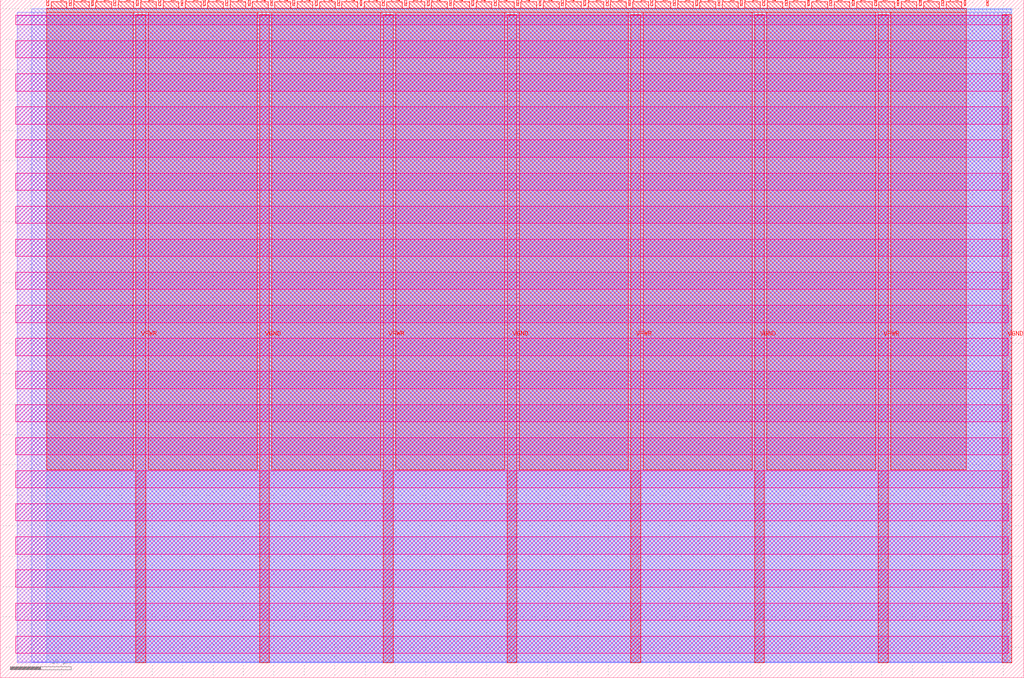
<source format=lef>
VERSION 5.7 ;
  NOWIREEXTENSIONATPIN ON ;
  DIVIDERCHAR "/" ;
  BUSBITCHARS "[]" ;
MACRO tt_um_robojan_pong_top
  CLASS BLOCK ;
  FOREIGN tt_um_robojan_pong_top ;
  ORIGIN 0.000 0.000 ;
  SIZE 168.360 BY 111.520 ;
  PIN VGND
    DIRECTION INOUT ;
    USE GROUND ;
    PORT
      LAYER met4 ;
        RECT 42.670 2.480 44.270 109.040 ;
    END
    PORT
      LAYER met4 ;
        RECT 83.380 2.480 84.980 109.040 ;
    END
    PORT
      LAYER met4 ;
        RECT 124.090 2.480 125.690 109.040 ;
    END
    PORT
      LAYER met4 ;
        RECT 164.800 2.480 166.400 109.040 ;
    END
  END VGND
  PIN VPWR
    DIRECTION INOUT ;
    USE POWER ;
    PORT
      LAYER met4 ;
        RECT 22.315 2.480 23.915 109.040 ;
    END
    PORT
      LAYER met4 ;
        RECT 63.025 2.480 64.625 109.040 ;
    END
    PORT
      LAYER met4 ;
        RECT 103.735 2.480 105.335 109.040 ;
    END
    PORT
      LAYER met4 ;
        RECT 144.445 2.480 146.045 109.040 ;
    END
  END VPWR
  PIN clk
    DIRECTION INPUT ;
    USE SIGNAL ;
    ANTENNAGATEAREA 0.852000 ;
    PORT
      LAYER met4 ;
        RECT 158.550 110.520 158.850 111.520 ;
    END
  END clk
  PIN ena
    DIRECTION INPUT ;
    USE SIGNAL ;
    PORT
      LAYER met4 ;
        RECT 162.230 110.520 162.530 111.520 ;
    END
  END ena
  PIN rst_n
    DIRECTION INPUT ;
    USE SIGNAL ;
    ANTENNAGATEAREA 0.213000 ;
    PORT
      LAYER met4 ;
        RECT 154.870 110.520 155.170 111.520 ;
    END
  END rst_n
  PIN ui_in[0]
    DIRECTION INPUT ;
    USE SIGNAL ;
    PORT
      LAYER met4 ;
        RECT 151.190 110.520 151.490 111.520 ;
    END
  END ui_in[0]
  PIN ui_in[1]
    DIRECTION INPUT ;
    USE SIGNAL ;
    PORT
      LAYER met4 ;
        RECT 147.510 110.520 147.810 111.520 ;
    END
  END ui_in[1]
  PIN ui_in[2]
    DIRECTION INPUT ;
    USE SIGNAL ;
    ANTENNAGATEAREA 0.196500 ;
    PORT
      LAYER met4 ;
        RECT 143.830 110.520 144.130 111.520 ;
    END
  END ui_in[2]
  PIN ui_in[3]
    DIRECTION INPUT ;
    USE SIGNAL ;
    ANTENNAGATEAREA 0.196500 ;
    PORT
      LAYER met4 ;
        RECT 140.150 110.520 140.450 111.520 ;
    END
  END ui_in[3]
  PIN ui_in[4]
    DIRECTION INPUT ;
    USE SIGNAL ;
    ANTENNAGATEAREA 0.196500 ;
    PORT
      LAYER met4 ;
        RECT 136.470 110.520 136.770 111.520 ;
    END
  END ui_in[4]
  PIN ui_in[5]
    DIRECTION INPUT ;
    USE SIGNAL ;
    ANTENNAGATEAREA 0.196500 ;
    PORT
      LAYER met4 ;
        RECT 132.790 110.520 133.090 111.520 ;
    END
  END ui_in[5]
  PIN ui_in[6]
    DIRECTION INPUT ;
    USE SIGNAL ;
    ANTENNAGATEAREA 0.196500 ;
    PORT
      LAYER met4 ;
        RECT 129.110 110.520 129.410 111.520 ;
    END
  END ui_in[6]
  PIN ui_in[7]
    DIRECTION INPUT ;
    USE SIGNAL ;
    ANTENNAGATEAREA 0.196500 ;
    PORT
      LAYER met4 ;
        RECT 125.430 110.520 125.730 111.520 ;
    END
  END ui_in[7]
  PIN uio_in[0]
    DIRECTION INPUT ;
    USE SIGNAL ;
    PORT
      LAYER met4 ;
        RECT 121.750 110.520 122.050 111.520 ;
    END
  END uio_in[0]
  PIN uio_in[1]
    DIRECTION INPUT ;
    USE SIGNAL ;
    PORT
      LAYER met4 ;
        RECT 118.070 110.520 118.370 111.520 ;
    END
  END uio_in[1]
  PIN uio_in[2]
    DIRECTION INPUT ;
    USE SIGNAL ;
    PORT
      LAYER met4 ;
        RECT 114.390 110.520 114.690 111.520 ;
    END
  END uio_in[2]
  PIN uio_in[3]
    DIRECTION INPUT ;
    USE SIGNAL ;
    PORT
      LAYER met4 ;
        RECT 110.710 110.520 111.010 111.520 ;
    END
  END uio_in[3]
  PIN uio_in[4]
    DIRECTION INPUT ;
    USE SIGNAL ;
    PORT
      LAYER met4 ;
        RECT 107.030 110.520 107.330 111.520 ;
    END
  END uio_in[4]
  PIN uio_in[5]
    DIRECTION INPUT ;
    USE SIGNAL ;
    PORT
      LAYER met4 ;
        RECT 103.350 110.520 103.650 111.520 ;
    END
  END uio_in[5]
  PIN uio_in[6]
    DIRECTION INPUT ;
    USE SIGNAL ;
    PORT
      LAYER met4 ;
        RECT 99.670 110.520 99.970 111.520 ;
    END
  END uio_in[6]
  PIN uio_in[7]
    DIRECTION INPUT ;
    USE SIGNAL ;
    PORT
      LAYER met4 ;
        RECT 95.990 110.520 96.290 111.520 ;
    END
  END uio_in[7]
  PIN uio_oe[0]
    DIRECTION OUTPUT TRISTATE ;
    USE SIGNAL ;
    PORT
      LAYER met4 ;
        RECT 33.430 110.520 33.730 111.520 ;
    END
  END uio_oe[0]
  PIN uio_oe[1]
    DIRECTION OUTPUT TRISTATE ;
    USE SIGNAL ;
    PORT
      LAYER met4 ;
        RECT 29.750 110.520 30.050 111.520 ;
    END
  END uio_oe[1]
  PIN uio_oe[2]
    DIRECTION OUTPUT TRISTATE ;
    USE SIGNAL ;
    PORT
      LAYER met4 ;
        RECT 26.070 110.520 26.370 111.520 ;
    END
  END uio_oe[2]
  PIN uio_oe[3]
    DIRECTION OUTPUT TRISTATE ;
    USE SIGNAL ;
    PORT
      LAYER met4 ;
        RECT 22.390 110.520 22.690 111.520 ;
    END
  END uio_oe[3]
  PIN uio_oe[4]
    DIRECTION OUTPUT TRISTATE ;
    USE SIGNAL ;
    PORT
      LAYER met4 ;
        RECT 18.710 110.520 19.010 111.520 ;
    END
  END uio_oe[4]
  PIN uio_oe[5]
    DIRECTION OUTPUT TRISTATE ;
    USE SIGNAL ;
    PORT
      LAYER met4 ;
        RECT 15.030 110.520 15.330 111.520 ;
    END
  END uio_oe[5]
  PIN uio_oe[6]
    DIRECTION OUTPUT TRISTATE ;
    USE SIGNAL ;
    PORT
      LAYER met4 ;
        RECT 11.350 110.520 11.650 111.520 ;
    END
  END uio_oe[6]
  PIN uio_oe[7]
    DIRECTION OUTPUT TRISTATE ;
    USE SIGNAL ;
    PORT
      LAYER met4 ;
        RECT 7.670 110.520 7.970 111.520 ;
    END
  END uio_oe[7]
  PIN uio_out[0]
    DIRECTION OUTPUT TRISTATE ;
    USE SIGNAL ;
    PORT
      LAYER met4 ;
        RECT 62.870 110.520 63.170 111.520 ;
    END
  END uio_out[0]
  PIN uio_out[1]
    DIRECTION OUTPUT TRISTATE ;
    USE SIGNAL ;
    ANTENNADIFFAREA 0.445500 ;
    PORT
      LAYER met4 ;
        RECT 59.190 110.520 59.490 111.520 ;
    END
  END uio_out[1]
  PIN uio_out[2]
    DIRECTION OUTPUT TRISTATE ;
    USE SIGNAL ;
    ANTENNADIFFAREA 0.445500 ;
    PORT
      LAYER met4 ;
        RECT 55.510 110.520 55.810 111.520 ;
    END
  END uio_out[2]
  PIN uio_out[3]
    DIRECTION OUTPUT TRISTATE ;
    USE SIGNAL ;
    ANTENNADIFFAREA 0.795200 ;
    PORT
      LAYER met4 ;
        RECT 51.830 110.520 52.130 111.520 ;
    END
  END uio_out[3]
  PIN uio_out[4]
    DIRECTION OUTPUT TRISTATE ;
    USE SIGNAL ;
    PORT
      LAYER met4 ;
        RECT 48.150 110.520 48.450 111.520 ;
    END
  END uio_out[4]
  PIN uio_out[5]
    DIRECTION OUTPUT TRISTATE ;
    USE SIGNAL ;
    PORT
      LAYER met4 ;
        RECT 44.470 110.520 44.770 111.520 ;
    END
  END uio_out[5]
  PIN uio_out[6]
    DIRECTION OUTPUT TRISTATE ;
    USE SIGNAL ;
    PORT
      LAYER met4 ;
        RECT 40.790 110.520 41.090 111.520 ;
    END
  END uio_out[6]
  PIN uio_out[7]
    DIRECTION OUTPUT TRISTATE ;
    USE SIGNAL ;
    PORT
      LAYER met4 ;
        RECT 37.110 110.520 37.410 111.520 ;
    END
  END uio_out[7]
  PIN uo_out[0]
    DIRECTION OUTPUT TRISTATE ;
    USE SIGNAL ;
    ANTENNADIFFAREA 0.795200 ;
    PORT
      LAYER met4 ;
        RECT 92.310 110.520 92.610 111.520 ;
    END
  END uo_out[0]
  PIN uo_out[1]
    DIRECTION OUTPUT TRISTATE ;
    USE SIGNAL ;
    ANTENNADIFFAREA 0.445500 ;
    PORT
      LAYER met4 ;
        RECT 88.630 110.520 88.930 111.520 ;
    END
  END uo_out[1]
  PIN uo_out[2]
    DIRECTION OUTPUT TRISTATE ;
    USE SIGNAL ;
    ANTENNADIFFAREA 0.445500 ;
    PORT
      LAYER met4 ;
        RECT 84.950 110.520 85.250 111.520 ;
    END
  END uo_out[2]
  PIN uo_out[3]
    DIRECTION OUTPUT TRISTATE ;
    USE SIGNAL ;
    ANTENNADIFFAREA 0.445500 ;
    PORT
      LAYER met4 ;
        RECT 81.270 110.520 81.570 111.520 ;
    END
  END uo_out[3]
  PIN uo_out[4]
    DIRECTION OUTPUT TRISTATE ;
    USE SIGNAL ;
    ANTENNADIFFAREA 0.795200 ;
    PORT
      LAYER met4 ;
        RECT 77.590 110.520 77.890 111.520 ;
    END
  END uo_out[4]
  PIN uo_out[5]
    DIRECTION OUTPUT TRISTATE ;
    USE SIGNAL ;
    ANTENNAGATEAREA 0.213000 ;
    ANTENNADIFFAREA 0.891000 ;
    PORT
      LAYER met4 ;
        RECT 73.910 110.520 74.210 111.520 ;
    END
  END uo_out[5]
  PIN uo_out[6]
    DIRECTION OUTPUT TRISTATE ;
    USE SIGNAL ;
    ANTENNADIFFAREA 0.795200 ;
    PORT
      LAYER met4 ;
        RECT 70.230 110.520 70.530 111.520 ;
    END
  END uo_out[6]
  PIN uo_out[7]
    DIRECTION OUTPUT TRISTATE ;
    USE SIGNAL ;
    ANTENNAGATEAREA 0.531000 ;
    ANTENNADIFFAREA 0.795200 ;
    PORT
      LAYER met4 ;
        RECT 66.550 110.520 66.850 111.520 ;
    END
  END uo_out[7]
  OBS
      LAYER nwell ;
        RECT 2.570 107.385 165.790 108.990 ;
        RECT 2.570 101.945 165.790 104.775 ;
        RECT 2.570 96.505 165.790 99.335 ;
        RECT 2.570 91.065 165.790 93.895 ;
        RECT 2.570 85.625 165.790 88.455 ;
        RECT 2.570 80.185 165.790 83.015 ;
        RECT 2.570 74.745 165.790 77.575 ;
        RECT 2.570 69.305 165.790 72.135 ;
        RECT 2.570 63.865 165.790 66.695 ;
        RECT 2.570 58.425 165.790 61.255 ;
        RECT 2.570 52.985 165.790 55.815 ;
        RECT 2.570 47.545 165.790 50.375 ;
        RECT 2.570 42.105 165.790 44.935 ;
        RECT 2.570 36.665 165.790 39.495 ;
        RECT 2.570 31.225 165.790 34.055 ;
        RECT 2.570 25.785 165.790 28.615 ;
        RECT 2.570 20.345 165.790 23.175 ;
        RECT 2.570 14.905 165.790 17.735 ;
        RECT 2.570 9.465 165.790 12.295 ;
        RECT 2.570 4.025 165.790 6.855 ;
      LAYER li1 ;
        RECT 2.760 2.635 165.600 108.885 ;
      LAYER met1 ;
        RECT 2.760 2.480 166.400 109.440 ;
      LAYER met2 ;
        RECT 5.160 2.535 166.370 110.005 ;
      LAYER met3 ;
        RECT 7.630 2.555 166.390 109.985 ;
      LAYER met4 ;
        RECT 8.370 110.120 10.950 111.170 ;
        RECT 12.050 110.120 14.630 111.170 ;
        RECT 15.730 110.120 18.310 111.170 ;
        RECT 19.410 110.120 21.990 111.170 ;
        RECT 23.090 110.120 25.670 111.170 ;
        RECT 26.770 110.120 29.350 111.170 ;
        RECT 30.450 110.120 33.030 111.170 ;
        RECT 34.130 110.120 36.710 111.170 ;
        RECT 37.810 110.120 40.390 111.170 ;
        RECT 41.490 110.120 44.070 111.170 ;
        RECT 45.170 110.120 47.750 111.170 ;
        RECT 48.850 110.120 51.430 111.170 ;
        RECT 52.530 110.120 55.110 111.170 ;
        RECT 56.210 110.120 58.790 111.170 ;
        RECT 59.890 110.120 62.470 111.170 ;
        RECT 63.570 110.120 66.150 111.170 ;
        RECT 67.250 110.120 69.830 111.170 ;
        RECT 70.930 110.120 73.510 111.170 ;
        RECT 74.610 110.120 77.190 111.170 ;
        RECT 78.290 110.120 80.870 111.170 ;
        RECT 81.970 110.120 84.550 111.170 ;
        RECT 85.650 110.120 88.230 111.170 ;
        RECT 89.330 110.120 91.910 111.170 ;
        RECT 93.010 110.120 95.590 111.170 ;
        RECT 96.690 110.120 99.270 111.170 ;
        RECT 100.370 110.120 102.950 111.170 ;
        RECT 104.050 110.120 106.630 111.170 ;
        RECT 107.730 110.120 110.310 111.170 ;
        RECT 111.410 110.120 113.990 111.170 ;
        RECT 115.090 110.120 117.670 111.170 ;
        RECT 118.770 110.120 121.350 111.170 ;
        RECT 122.450 110.120 125.030 111.170 ;
        RECT 126.130 110.120 128.710 111.170 ;
        RECT 129.810 110.120 132.390 111.170 ;
        RECT 133.490 110.120 136.070 111.170 ;
        RECT 137.170 110.120 139.750 111.170 ;
        RECT 140.850 110.120 143.430 111.170 ;
        RECT 144.530 110.120 147.110 111.170 ;
        RECT 148.210 110.120 150.790 111.170 ;
        RECT 151.890 110.120 154.470 111.170 ;
        RECT 155.570 110.120 158.150 111.170 ;
        RECT 7.655 109.440 158.865 110.120 ;
        RECT 7.655 34.175 21.915 109.440 ;
        RECT 24.315 34.175 42.270 109.440 ;
        RECT 44.670 34.175 62.625 109.440 ;
        RECT 65.025 34.175 82.980 109.440 ;
        RECT 85.380 34.175 103.335 109.440 ;
        RECT 105.735 34.175 123.690 109.440 ;
        RECT 126.090 34.175 144.045 109.440 ;
        RECT 146.445 34.175 158.865 109.440 ;
  END
END tt_um_robojan_pong_top
END LIBRARY


</source>
